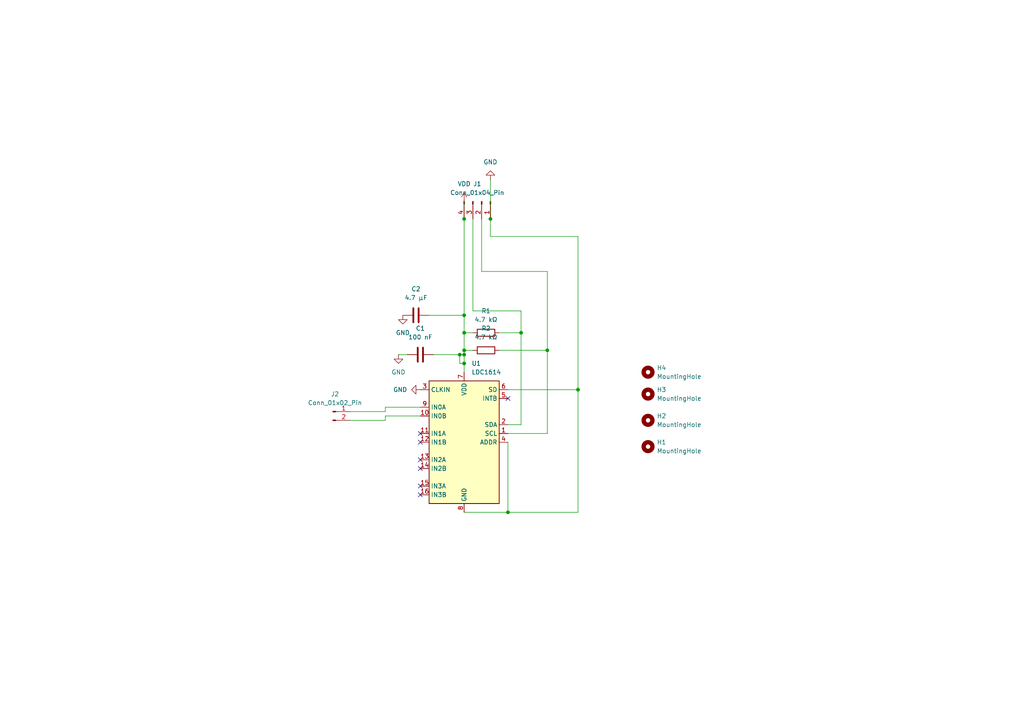
<source format=kicad_sch>
(kicad_sch (version 20250114) (generator "eeschema") (generator_version "9.0")
  (paper "A4")
  (lib_symbols
    (symbol "Connector:Conn_01x02_Pin" (pin_names (offset 1.016) (hide yes))
      (property "Reference" "J" (at 0 2.54 0))
      (property "Value" "Conn_01x02_Pin" (at 0 -5.08 0))
      (symbol "Conn_01x02_Pin_1_1"
        (rectangle (start 0.8636 0.127) (end 0 -0.127) (stroke (width 0.1524)) (fill (type outline)))
        (rectangle (start 0.8636 -2.413) (end 0 -2.667) (stroke (width 0.1524)) (fill (type outline)))
        (polyline (pts (xy 1.27 0) (xy 0.8636 0)) (stroke (width 0.1524)))
        (polyline (pts (xy 1.27 -2.54) (xy 0.8636 -2.54)) (stroke (width 0.1524)))
        (pin passive line (at 5.08 0 180) (length 3.81) (name "Pin_1") (number "1"))
        (pin passive line (at 5.08 -2.54 180) (length 3.81) (name "Pin_2") (number "2"))
      )
    )
    (symbol "Connector:Conn_01x04_Pin" (pin_names (offset 1.016) (hide yes))
      (property "Reference" "J" (at 0 5.08 0))
      (property "Value" "Conn_01x04_Pin" (at 0 -7.62 0))
      (symbol "Conn_01x04_Pin_1_1"
        (rectangle (start 0.8636 2.667) (end 0 2.413) (stroke (width 0.1524)) (fill (type outline)))
        (rectangle (start 0.8636 0.127) (end 0 -0.127) (stroke (width 0.1524)) (fill (type outline)))
        (rectangle (start 0.8636 -2.413) (end 0 -2.667) (stroke (width 0.1524)) (fill (type outline)))
        (rectangle (start 0.8636 -4.953) (end 0 -5.207) (stroke (width 0.1524)) (fill (type outline)))
        (polyline (pts (xy 1.27 2.54) (xy 0.8636 2.54)) (stroke (width 0.1524)))
        (polyline (pts (xy 1.27 0) (xy 0.8636 0)) (stroke (width 0.1524)))
        (polyline (pts (xy 1.27 -2.54) (xy 0.8636 -2.54)) (stroke (width 0.1524)))
        (polyline (pts (xy 1.27 -5.08) (xy 0.8636 -5.08)) (stroke (width 0.1524)))
        (pin passive line (at 5.08 2.54 180) (length 3.81) (name "Pin_1") (number "1"))
        (pin passive line (at 5.08 0 180) (length 3.81) (name "Pin_2") (number "2"))
        (pin passive line (at 5.08 -2.54 180) (length 3.81) (name "Pin_3") (number "3"))
        (pin passive line (at 5.08 -5.08 180) (length 3.81) (name "Pin_4") (number "4"))
      )
    )
    (symbol "Device:C" (pin_numbers (hide yes)) (pin_names (offset 0.254))
      (property "Reference" "C" (at 0.635 2.54 0))
      (property "Value" "C" (at 0.635 -2.54 0))
      (symbol "C_0_1"
        (polyline (pts (xy -2.032 0.762) (xy 2.032 0.762)) (stroke (width 0.508)))
        (polyline (pts (xy -2.032 -0.762) (xy 2.032 -0.762)) (stroke (width 0.508)))
      )
      (symbol "C_1_1"
        (pin passive line (at 0 3.81 270) (length 2.794) (name "~") (number "1"))
        (pin passive line (at 0 -3.81 90) (length 2.794) (name "~") (number "2"))
      )
    )
    (symbol "Device:R" (pin_numbers (hide yes)) (pin_names (offset 0))
      (property "Reference" "R" (at 2.032 0 90))
      (property "Value" "R" (at 0 0 90))
      (symbol "R_0_1"
        (rectangle (start -1.016 -2.54) (end 1.016 2.54) (stroke (width 0.254)))
      )
      (symbol "R_1_1"
        (pin passive line (at 0 3.81 270) (length 1.27) (name "~") (number "1"))
        (pin passive line (at 0 -3.81 90) (length 1.27) (name "~") (number "2"))
      )
    )
    (symbol "Mechanical:MountingHole" (pin_names (offset 1.016)) (in_bom no)
      (property "Reference" "H" (at 0 5.08 0))
      (property "Value" "MountingHole" (at 0 3.175 0))
      (symbol "MountingHole_0_1"
        (circle (center 0 0) (radius 1.27) (stroke (width 1.27)))
      )
    )
    (symbol "Sensor_Proximity:LDC1614"
      (property "Reference" "U" (at -8.89 19.05 0))
      (property "Value" "LDC1614" (at 6.35 19.05 0))
      (symbol "LDC1614_0_1"
        (rectangle (start -10.16 -17.78) (end 10.16 17.78) (stroke (width 0.254)) (fill (type background)))
      )
      (symbol "LDC1614_1_1"
        (pin input line (at -12.7 15.24 0) (length 2.54) (name "CLKIN") (number "3"))
        (pin input line (at -12.7 10.16 0) (length 2.54) (name "IN0A") (number "9"))
        (pin input line (at -12.7 7.62 0) (length 2.54) (name "IN0B") (number "10"))
        (pin input line (at -12.7 2.54 0) (length 2.54) (name "IN1A") (number "11"))
        (pin input line (at -12.7 0 0) (length 2.54) (name "IN1B") (number "12"))
        (pin input line (at -12.7 -5.08 0) (length 2.54) (name "IN2A") (number "13"))
        (pin input line (at -12.7 -7.62 0) (length 2.54) (name "IN2B") (number "14"))
        (pin input line (at -12.7 -12.7 0) (length 2.54) (name "IN3A") (number "15"))
        (pin input line (at -12.7 -15.24 0) (length 2.54) (name "IN3B") (number "16"))
        (pin power_in line (at 0 20.32 270) (length 2.54) (name "VDD") (number "7"))
        (pin passive line (at 0 -20.32 90) (length 2.54) (hide yes) (name "GND") (number "17"))
        (pin power_in line (at 0 -20.32 90) (length 2.54) (name "GND") (number "8"))
        (pin input line (at 12.7 15.24 180) (length 2.54) (name "SD") (number "6"))
        (pin open_collector line (at 12.7 12.7 180) (length 2.54) (name "INTB") (number "5"))
        (pin bidirectional line (at 12.7 5.08 180) (length 2.54) (name "SDA") (number "2"))
        (pin input line (at 12.7 2.54 180) (length 2.54) (name "SCL") (number "1"))
        (pin input line (at 12.7 0 180) (length 2.54) (name "ADDR") (number "4"))
      )
    )
    (symbol "power:GND" (power) (pin_numbers (hide yes)) (pin_names (offset 0) (hide yes))
      (property "Value" "GND" (at 0 -3.81 0))
      (symbol "GND_0_1"
        (polyline (pts (xy 0 0) (xy 0 -1.27) (xy 1.27 -1.27) (xy 0 -2.54) (xy -1.27 -1.27) (xy 0 -1.27)))
      )
      (symbol "GND_1_1"
        (pin power_in line (at 0 0 270) (length 0) (name "~") (number "1"))
      )
    )
    (symbol "power:VDD" (power) (pin_numbers (hide yes)) (pin_names (offset 0) (hide yes))
      (property "Value" "VDD" (at 0 3.556 0))
      (symbol "VDD_0_1"
        (polyline (pts (xy -0.762 1.27) (xy 0 2.54)))
        (polyline (pts (xy 0 2.54) (xy 0.762 1.27)))
        (polyline (pts (xy 0 0) (xy 0 2.54)))
      )
      (symbol "VDD_1_1"
        (pin power_in line (at 0 0 90) (length 0) (name "~") (number "1"))
      )
    )
  )
  (junction (at 134.62 101.6))
  (junction (at 151.13 96.52))
  (junction (at 167.64 113.03))
  (junction (at 134.62 96.52))
  (junction (at 134.62 91.44))
  (junction (at 147.32 148.59))
  (junction (at 134.62 63.5))
  (junction (at 158.75 101.6))
  (junction (at 134.62 102.87))
  (junction (at 134.62 105.41))
  (junction (at 133.35 102.87))
  (junction (at 142.24 63.5))
  (no_connect (at 121.92 135.89))
  (no_connect (at 121.92 125.73))
  (no_connect (at 121.92 133.35))
  (no_connect (at 121.92 128.27))
  (no_connect (at 147.32 115.57))
  (no_connect (at 121.92 140.97))
  (no_connect (at 121.92 143.51))
  (wire (pts (xy 147.32 125.73) (xy 158.75 125.73)))
  (wire (pts (xy 144.78 101.6) (xy 158.75 101.6)))
  (wire (pts (xy 121.92 120.65) (xy 111.76 120.65)))
  (wire (pts (xy 167.64 113.03) (xy 167.64 68.58)))
  (wire (pts (xy 111.76 120.65) (xy 111.76 121.92)))
  (wire (pts (xy 133.35 102.87) (xy 134.62 102.87)))
  (wire (pts (xy 167.64 68.58) (xy 142.24 68.58)))
  (wire (pts (xy 158.75 101.6) (xy 158.75 78.74)))
  (wire (pts (xy 101.6 119.38) (xy 111.76 119.38)))
  (wire (pts (xy 124.46 91.44) (xy 134.62 91.44)))
  (wire (pts (xy 125.73 102.87) (xy 133.35 102.87)))
  (wire (pts (xy 134.62 105.41) (xy 133.35 105.41)))
  (wire (pts (xy 111.76 118.11) (xy 121.92 118.11)))
  (wire (pts (xy 134.62 101.6) (xy 134.62 102.87)))
  (wire (pts (xy 134.62 96.52) (xy 137.16 96.52)))
  (wire (pts (xy 142.24 52.07) (xy 142.24 63.5)))
  (wire (pts (xy 147.32 128.27) (xy 147.32 148.59)))
  (wire (pts (xy 147.32 113.03) (xy 167.64 113.03)))
  (wire (pts (xy 134.62 91.44) (xy 134.62 96.52)))
  (wire (pts (xy 111.76 121.92) (xy 101.6 121.92)))
  (wire (pts (xy 158.75 125.73) (xy 158.75 101.6)))
  (wire (pts (xy 115.57 102.87) (xy 118.11 102.87)))
  (wire (pts (xy 134.62 148.59) (xy 147.32 148.59)))
  (wire (pts (xy 151.13 96.52) (xy 151.13 90.17)))
  (wire (pts (xy 147.32 148.59) (xy 167.64 148.59)))
  (wire (pts (xy 139.7 78.74) (xy 139.7 63.5)))
  (wire (pts (xy 134.62 101.6) (xy 137.16 101.6)))
  (wire (pts (xy 158.75 78.74) (xy 139.7 78.74)))
  (wire (pts (xy 137.16 90.17) (xy 151.13 90.17)))
  (wire (pts (xy 134.62 102.87) (xy 134.62 105.41)))
  (wire (pts (xy 147.32 123.19) (xy 151.13 123.19)))
  (wire (pts (xy 134.62 105.41) (xy 134.62 107.95)))
  (wire (pts (xy 167.64 148.59) (xy 167.64 113.03)))
  (wire (pts (xy 134.62 58.42) (xy 134.62 63.5)))
  (wire (pts (xy 134.62 96.52) (xy 134.62 101.6)))
  (wire (pts (xy 133.35 105.41) (xy 133.35 102.87)))
  (wire (pts (xy 142.24 63.5) (xy 142.24 68.58)))
  (wire (pts (xy 137.16 90.17) (xy 137.16 63.5)))
  (wire (pts (xy 111.76 119.38) (xy 111.76 118.11)))
  (wire (pts (xy 134.62 63.5) (xy 134.62 91.44)))
  (wire (pts (xy 151.13 123.19) (xy 151.13 96.52)))
  (wire (pts (xy 144.78 96.52) (xy 151.13 96.52)))
  (symbol (lib_id "Device:R") (at 140.97 96.52 90) (unit 1)
    (property "Reference" "R1" (at 140.97 90.17 90))
    (property "Value" "4.7 kΩ" (at 140.97 92.71 90))
    (property "Footprint" "Resistor_SMD:R_0805_2012Metric" (effects (hide yes)))
    (property "Description" "Resistor" (effects (hide yes)))
  )
  (symbol (lib_id "Connector:Conn_01x02_Pin") (at 96.52 119.38 0) (unit 1)
    (property "Reference" "J2" (at 97.155 114.3 0))
    (property "Value" "Conn_01x02_Pin" (at 97.155 116.84 0))
    (property "Footprint" "Connector_PinHeader_2.54mm:PinHeader_1x02_P2.54mm_Vertical" (effects (hide yes)))
    (property "Description" "Generic connector, single row, 01x02, script generated" (effects (hide yes)))
  )
  (symbol (lib_id "Mechanical:MountingHole") (at 187.96 114.3 0) (unit 1) (in_bom no)
    (property "Reference" "H3" (at 190.5 113.0299 0) (effects (justify left)))
    (property "Value" "MountingHole" (at 190.5 115.5699 0) (effects (justify left)))
    (property "Footprint" "MountingHole:MountingHole_3.2mm_M3" (effects (hide yes)))
    (property "Description" "Mounting Hole without connection" (effects (hide yes)))
  )
  (symbol (lib_id "Mechanical:MountingHole") (at 187.96 107.95 0) (unit 1) (in_bom no)
    (property "Reference" "H4" (at 190.5 106.6799 0) (effects (justify left)))
    (property "Value" "MountingHole" (at 190.5 109.2199 0) (effects (justify left)))
    (property "Footprint" "MountingHole:MountingHole_3.2mm_M3" (effects (hide yes)))
    (property "Description" "Mounting Hole without connection" (effects (hide yes)))
  )
  (symbol (lib_id "power:GND") (at 121.92 113.03 270) (unit 1)
    (property "Reference" "#PWR05" (effects (hide yes)))
    (property "Value" "GND" (at 118.11 113.0299 90) (effects (justify right)))
    (property "Description" "Power symbol creates a global label with name \"GND\" , ground" (effects (hide yes)))
  )
  (symbol (lib_id "Sensor_Proximity:LDC1614") (at 134.62 128.27 0) (unit 1)
    (property "Reference" "U1" (at 136.7633 105.41 0) (effects (justify left)))
    (property "Value" "LDC1614" (at 136.7633 107.95 0) (effects (justify left)))
    (property "Footprint" "Package_DFN_QFN:WQFN-16-1EP_4x4mm_P0.5mm_EP2.6x2.6mm_ThermalVias" (effects (hide yes)))
    (property "Datasheet" "http://www.ti.com/lit/ds/symlink/ldc1612.pdf" (effects (hide yes)))
    (property "Description" "Inductance to digital converter, 4-channel 28-bit, WQFN-16" (effects (hide yes)))
  )
  (symbol (lib_id "power:VDD") (at 134.62 58.42 0) (unit 1)
    (property "Reference" "#PWR04" (effects (hide yes)))
    (property "Value" "VDD" (at 134.62 53.34 0))
    (property "Description" "Power symbol creates a global label with name \"VDD\"" (effects (hide yes)))
  )
  (symbol (lib_id "Mechanical:MountingHole") (at 187.96 121.92 0) (unit 1) (in_bom no)
    (property "Reference" "H2" (at 190.5 120.6499 0) (effects (justify left)))
    (property "Value" "MountingHole" (at 190.5 123.1899 0) (effects (justify left)))
    (property "Footprint" "MountingHole:MountingHole_3.2mm_M3" (effects (hide yes)))
    (property "Description" "Mounting Hole without connection" (effects (hide yes)))
  )
  (symbol (lib_id "power:GND") (at 142.24 52.07 180) (unit 1)
    (property "Reference" "#PWR03" (effects (hide yes)))
    (property "Value" "GND" (at 142.24 46.99 0))
    (property "Description" "Power symbol creates a global label with name \"GND\" , ground" (effects (hide yes)))
  )
  (symbol (lib_id "Device:C") (at 121.92 102.87 90) (unit 1)
    (property "Reference" "C1" (at 121.92 95.25 90))
    (property "Value" "100 nF" (at 121.92 97.79 90))
    (property "Footprint" "Capacitor_SMD:C_0603_1608Metric" (effects (hide yes)))
    (property "Description" "Unpolarized capacitor" (effects (hide yes)))
  )
  (symbol (lib_id "Device:R") (at 140.97 101.6 90) (unit 1)
    (property "Reference" "R2" (at 140.97 95.25 90))
    (property "Value" "4.7 kΩ" (at 140.97 97.79 90))
    (property "Footprint" "Resistor_SMD:R_0805_2012Metric" (effects (hide yes)))
    (property "Description" "Resistor" (effects (hide yes)))
  )
  (symbol (lib_id "power:GND") (at 116.84 91.44 0) (unit 1)
    (property "Reference" "#PWR02" (effects (hide yes)))
    (property "Value" "GND" (at 116.84 96.52 0))
    (property "Description" "Power symbol creates a global label with name \"GND\" , ground" (effects (hide yes)))
  )
  (symbol (lib_id "power:GND") (at 115.57 102.87 0) (unit 1)
    (property "Reference" "#PWR01" (effects (hide yes)))
    (property "Value" "GND" (at 115.57 107.95 0))
    (property "Description" "Power symbol creates a global label with name \"GND\" , ground" (effects (hide yes)))
  )
  (symbol (lib_id "Connector:Conn_01x04_Pin") (at 139.7 58.42 270) (unit 1)
    (property "Reference" "J1" (at 138.43 53.34 90))
    (property "Value" "Conn_01x04_Pin" (at 138.43 55.88 90))
    (property "Footprint" "Connector_PinHeader_2.54mm:PinHeader_1x04_P2.54mm_Vertical" (effects (hide yes)))
    (property "Description" "Generic connector, single row, 01x04, script generated" (effects (hide yes)))
  )
  (symbol (lib_id "Mechanical:MountingHole") (at 187.96 129.54 0) (unit 1) (in_bom no)
    (property "Reference" "H1" (at 190.5 128.2699 0) (effects (justify left)))
    (property "Value" "MountingHole" (at 190.5 130.8099 0) (effects (justify left)))
    (property "Footprint" "MountingHole:MountingHole_3.2mm_M3" (effects (hide yes)))
    (property "Description" "Mounting Hole without connection" (effects (hide yes)))
  )
  (symbol (lib_id "Device:C") (at 120.65 91.44 270) (unit 1)
    (property "Reference" "C2" (at 120.65 83.82 90))
    (property "Value" "4.7 µF" (at 120.65 86.36 90))
    (property "Footprint" "Capacitor_SMD:C_1206_3216Metric" (effects (hide yes)))
    (property "Description" "Unpolarized capacitor" (effects (hide yes)))
  )
)
</source>
